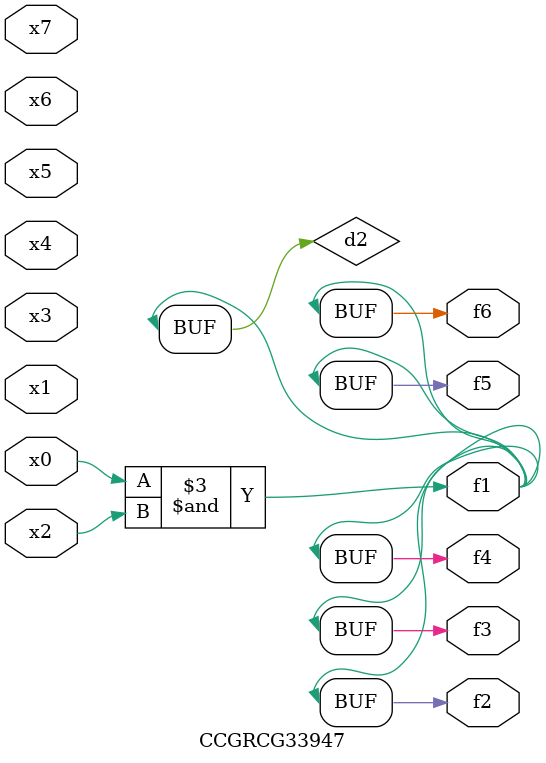
<source format=v>
module CCGRCG33947(
	input x0, x1, x2, x3, x4, x5, x6, x7,
	output f1, f2, f3, f4, f5, f6
);

	wire d1, d2;

	nor (d1, x3, x6);
	and (d2, x0, x2);
	assign f1 = d2;
	assign f2 = d2;
	assign f3 = d2;
	assign f4 = d2;
	assign f5 = d2;
	assign f6 = d2;
endmodule

</source>
